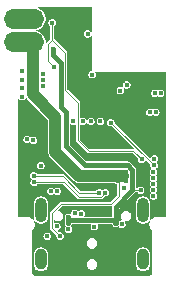
<source format=gbr>
%TF.GenerationSoftware,KiCad,Pcbnew,9.0.1*%
%TF.CreationDate,2025-07-17T15:45:22-04:00*%
%TF.ProjectId,flowstick_main_pcb,666c6f77-7374-4696-936b-5f6d61696e5f,rev?*%
%TF.SameCoordinates,Original*%
%TF.FileFunction,Copper,L3,Inr*%
%TF.FilePolarity,Positive*%
%FSLAX46Y46*%
G04 Gerber Fmt 4.6, Leading zero omitted, Abs format (unit mm)*
G04 Created by KiCad (PCBNEW 9.0.1) date 2025-07-17 15:45:22*
%MOMM*%
%LPD*%
G01*
G04 APERTURE LIST*
%TA.AperFunction,ComponentPad*%
%ADD10O,3.400000X1.700000*%
%TD*%
%TA.AperFunction,ComponentPad*%
%ADD11C,1.700000*%
%TD*%
%TA.AperFunction,HeatsinkPad*%
%ADD12O,1.000000X1.800000*%
%TD*%
%TA.AperFunction,HeatsinkPad*%
%ADD13O,1.000000X2.100000*%
%TD*%
%TA.AperFunction,ViaPad*%
%ADD14C,0.420000*%
%TD*%
%TA.AperFunction,Conductor*%
%ADD15C,0.110000*%
%TD*%
%TA.AperFunction,Conductor*%
%ADD16C,0.400000*%
%TD*%
%TA.AperFunction,Conductor*%
%ADD17C,1.000000*%
%TD*%
G04 APERTURE END LIST*
D10*
%TO.N,+BATT*%
%TO.C,BT1*%
X144250000Y-80000000D03*
D11*
X143500000Y-80000000D03*
D10*
%TO.N,GND*%
X144250000Y-78000000D03*
D11*
X143500000Y-78000000D03*
%TD*%
D12*
%TO.N,unconnected-(J1-SHIELD-PadS1)_1*%
%TO.C,J1*%
X154320000Y-98375000D03*
D13*
%TO.N,unconnected-(J1-SHIELD-PadS1)_3*%
X154320000Y-94195000D03*
D12*
%TO.N,unconnected-(J1-SHIELD-PadS1)_2*%
X145680000Y-98375000D03*
D13*
%TO.N,unconnected-(J1-SHIELD-PadS1)*%
X145680000Y-94195000D03*
%TD*%
D14*
%TO.N,Net-(D1A-K)*%
X146800000Y-82100000D03*
%TO.N,Net-(U1-GPIO0)*%
X152400000Y-84080000D03*
%TO.N,+3.3V*%
X149500000Y-82925000D03*
%TO.N,GND*%
X150000000Y-82725000D03*
X149630143Y-79286386D03*
X149098341Y-94507490D03*
X155200000Y-92500000D03*
X155300000Y-84300000D03*
X155800000Y-84300000D03*
X144100000Y-83900000D03*
X147069668Y-92600000D03*
X149200000Y-86700000D03*
X144100000Y-83200000D03*
X155270000Y-89870000D03*
X144500000Y-88200000D03*
X149900000Y-86700000D03*
X155200000Y-91000000D03*
X150200000Y-95600000D03*
X150700000Y-86700000D03*
X146515780Y-92600000D03*
X152950000Y-83601000D03*
X155200000Y-91500000D03*
X152519711Y-95403942D03*
X155200000Y-93000000D03*
X154897859Y-85915610D03*
X155200000Y-92000000D03*
X144100000Y-84600000D03*
X148400000Y-86700000D03*
X155399297Y-85900979D03*
%TO.N,+BATT*%
X152200000Y-91700000D03*
X152900000Y-91700000D03*
X152200000Y-91000000D03*
X147300000Y-96400000D03*
X152900000Y-91000000D03*
X152550000Y-91350000D03*
%TO.N,+3.3V*%
X149628319Y-94512579D03*
X148650000Y-82150000D03*
X150600000Y-89880000D03*
X149089316Y-81900000D03*
X148650000Y-81600000D03*
X153000000Y-84351000D03*
X146200000Y-90429998D03*
X151200000Y-95600000D03*
X144164430Y-85700000D03*
%TO.N,+5V*%
X151600000Y-86800000D03*
X155251605Y-90417313D03*
%TO.N,Net-(D1A-K)*%
X146630000Y-78328875D03*
X154199064Y-89896464D03*
%TO.N,/VREF*%
X145880000Y-83200000D03*
X147016042Y-95577958D03*
%TO.N,/BATT_MEASURE*%
X145880000Y-83739572D03*
X146200000Y-96400000D03*
%TO.N,/BATT_MEASURE_EN*%
X145019711Y-88303942D03*
X145669997Y-90429998D03*
%TO.N,/BUTTON*%
X148000000Y-95830003D03*
%TO.N,VBUS*%
X148000000Y-94800000D03*
X148000000Y-95300000D03*
X152000000Y-94800000D03*
X154110391Y-92525000D03*
X152000000Y-95300000D03*
X146709000Y-80590166D03*
X146700000Y-81050000D03*
%TO.N,/USBDM*%
X145101689Y-91829113D03*
X151125749Y-92727751D03*
%TO.N,Net-(J1-CC2)*%
X148518942Y-94484457D03*
%TO.N,Net-(J1-CC1)*%
X152700000Y-92300000D03*
%TO.N,/USBDP*%
X150595774Y-92733021D03*
X145071000Y-91300000D03*
%TO.N,/CHG_SENSE*%
X144030000Y-82400000D03*
%TO.N,/BUTTON*%
X145820000Y-82673405D03*
%TD*%
D15*
%TO.N,Net-(D1A-K)*%
X146630000Y-79796183D02*
X147700000Y-80866183D01*
X147700000Y-80866183D02*
X147700000Y-84000000D01*
X147700000Y-84000000D02*
X148800000Y-85100000D01*
X154196464Y-89896464D02*
X154199064Y-89896464D01*
X148800000Y-85100000D02*
X148800000Y-88300000D01*
X148800000Y-88300000D02*
X149700000Y-89200000D01*
X149700000Y-89200000D02*
X153500000Y-89200000D01*
X153500000Y-89200000D02*
X154196464Y-89896464D01*
D16*
%TO.N,VBUS*%
X146700000Y-81050000D02*
X146700000Y-81100000D01*
X147334000Y-81734000D02*
X147334000Y-85434000D01*
X146700000Y-81100000D02*
X147334000Y-81734000D01*
X147334000Y-85434000D02*
X147800000Y-85900000D01*
X153036806Y-90400000D02*
X153421000Y-90784194D01*
X147800000Y-85900000D02*
X147800000Y-88800000D01*
X147800000Y-88800000D02*
X149400000Y-90400000D01*
X149400000Y-90400000D02*
X153036806Y-90400000D01*
X153421000Y-90784194D02*
X153421000Y-92520000D01*
D15*
%TO.N,+5V*%
X155235166Y-90400874D02*
X155235166Y-90400821D01*
X155235166Y-90400821D02*
X151634345Y-86800000D01*
X155251605Y-90417313D02*
X155235166Y-90400874D01*
X151634345Y-86800000D02*
X151600000Y-86800000D01*
%TO.N,Net-(D1A-K)*%
X146630000Y-79796183D02*
X146300000Y-80126183D01*
X146300000Y-80126183D02*
X146300000Y-81600000D01*
X146300000Y-81600000D02*
X146800000Y-82100000D01*
X146630000Y-78328875D02*
X146630000Y-79796183D01*
D16*
%TO.N,VBUS*%
X146700000Y-81025417D02*
X146700000Y-80574583D01*
X146700000Y-81050000D02*
X146700000Y-80599166D01*
X146700000Y-80599166D02*
X146709000Y-80590166D01*
D17*
%TO.N,+BATT*%
X152600000Y-91300000D02*
X148900000Y-91300000D01*
X148900000Y-91300000D02*
X146900000Y-89300000D01*
X146900000Y-89300000D02*
X146900000Y-86300000D01*
X146900000Y-86300000D02*
X144979000Y-84379000D01*
X144979000Y-80021000D02*
X145000000Y-80000000D01*
X144979000Y-84379000D02*
X144979000Y-80021000D01*
D15*
X151600000Y-93700000D02*
X152300000Y-93000000D01*
X152300000Y-93000000D02*
X152300000Y-91600000D01*
X146619000Y-94491621D02*
X147410621Y-93700000D01*
X146619000Y-95711248D02*
X146619000Y-94491621D01*
X147300000Y-96400000D02*
X147300000Y-96392248D01*
X147300000Y-96392248D02*
X146619000Y-95711248D01*
X147410621Y-93700000D02*
X151600000Y-93700000D01*
%TO.N,VBUS*%
X153421000Y-92520000D02*
X153421000Y-91815806D01*
D16*
X151921000Y-95079000D02*
X152000000Y-95000000D01*
X152000000Y-95000000D02*
X152000000Y-94800000D01*
X152000000Y-95300000D02*
X152000000Y-95000000D01*
X148500000Y-95079000D02*
X151921000Y-95079000D01*
X152000000Y-93941000D02*
X152000000Y-94800000D01*
X153400000Y-92541000D02*
X152000000Y-93941000D01*
X153400000Y-92500000D02*
X153400000Y-92541000D01*
D15*
X154105391Y-92520000D02*
X153421000Y-92520000D01*
X154110391Y-92525000D02*
X154105391Y-92520000D01*
D16*
X148000000Y-94800000D02*
X148000000Y-95300000D01*
X151978922Y-95278922D02*
X152000000Y-95300000D01*
X148221000Y-95079000D02*
X148500000Y-95079000D01*
X148279000Y-95079000D02*
X148500000Y-95079000D01*
D15*
%TO.N,/USBDM*%
X145101689Y-91829113D02*
X147629113Y-91829113D01*
X151125749Y-92734791D02*
X151125749Y-92727751D01*
X148909021Y-93109021D02*
X150751519Y-93109021D01*
X147629113Y-91829113D02*
X148909021Y-93109021D01*
X150751519Y-93109021D02*
X151125749Y-92734791D01*
%TO.N,/USBDP*%
X148933021Y-92733021D02*
X150595774Y-92733021D01*
X145071000Y-91300000D02*
X147500000Y-91300000D01*
X147500000Y-91300000D02*
X148933021Y-92733021D01*
%TD*%
%TA.AperFunction,Conductor*%
%TO.N,+3.3V*%
G36*
X149984184Y-77015816D02*
G01*
X150000000Y-77054000D01*
X150000000Y-79084465D01*
X149984184Y-79122649D01*
X149946000Y-79138465D01*
X149907816Y-79122649D01*
X149899235Y-79111465D01*
X149886610Y-79089598D01*
X149886608Y-79089596D01*
X149886607Y-79089594D01*
X149826935Y-79029922D01*
X149826932Y-79029920D01*
X149826930Y-79029918D01*
X149753853Y-78987727D01*
X149672338Y-78965886D01*
X149587948Y-78965886D01*
X149587947Y-78965886D01*
X149506432Y-78987727D01*
X149433355Y-79029918D01*
X149433353Y-79029920D01*
X149433351Y-79029922D01*
X149373679Y-79089594D01*
X149373677Y-79089596D01*
X149373677Y-79089597D01*
X149373675Y-79089598D01*
X149331484Y-79162675D01*
X149309643Y-79244190D01*
X149309643Y-79328581D01*
X149331484Y-79410096D01*
X149373675Y-79483173D01*
X149373677Y-79483175D01*
X149373679Y-79483178D01*
X149433351Y-79542850D01*
X149433353Y-79542851D01*
X149433355Y-79542853D01*
X149506432Y-79585044D01*
X149506434Y-79585045D01*
X149587948Y-79606886D01*
X149587949Y-79606886D01*
X149672337Y-79606886D01*
X149672338Y-79606886D01*
X149753852Y-79585045D01*
X149826935Y-79542850D01*
X149886607Y-79483178D01*
X149899234Y-79461306D01*
X149932023Y-79436146D01*
X149972999Y-79441540D01*
X149998160Y-79474329D01*
X150000000Y-79488306D01*
X150000000Y-82351758D01*
X149984184Y-82389942D01*
X149959976Y-82403918D01*
X149876290Y-82426341D01*
X149803212Y-82468532D01*
X149803210Y-82468534D01*
X149803208Y-82468536D01*
X149743536Y-82528208D01*
X149743534Y-82528210D01*
X149743534Y-82528211D01*
X149743532Y-82528212D01*
X149701341Y-82601289D01*
X149679500Y-82682804D01*
X149679500Y-82767195D01*
X149701341Y-82848710D01*
X149743532Y-82921787D01*
X149743534Y-82921789D01*
X149743536Y-82921792D01*
X149803208Y-82981464D01*
X149803210Y-82981465D01*
X149803212Y-82981467D01*
X149869740Y-83019877D01*
X149876291Y-83023659D01*
X149957805Y-83045500D01*
X149957806Y-83045500D01*
X150042194Y-83045500D01*
X150042195Y-83045500D01*
X150123709Y-83023659D01*
X150196792Y-82981464D01*
X150256464Y-82921792D01*
X150298659Y-82848709D01*
X150320500Y-82767195D01*
X150320500Y-82682805D01*
X150298659Y-82601291D01*
X150286943Y-82581000D01*
X150281549Y-82540024D01*
X150306708Y-82507235D01*
X150333709Y-82500000D01*
X156195500Y-82500000D01*
X156233684Y-82515816D01*
X156249500Y-82554000D01*
X156249500Y-94695500D01*
X156233684Y-94733684D01*
X156195500Y-94749500D01*
X155445178Y-94749500D01*
X155444748Y-94749541D01*
X155428770Y-94749553D01*
X155428763Y-94749554D01*
X155289672Y-94780389D01*
X155289661Y-94780393D01*
X155160551Y-94840599D01*
X155160548Y-94840600D01*
X155047519Y-94927332D01*
X154992123Y-94993349D01*
X154955463Y-95012433D01*
X154916046Y-95000004D01*
X154896962Y-94963344D01*
X154900868Y-94937972D01*
X154907039Y-94923076D01*
X154930500Y-94805129D01*
X154930500Y-93584871D01*
X154907039Y-93466924D01*
X154861018Y-93355820D01*
X154794206Y-93255829D01*
X154709171Y-93170794D01*
X154638705Y-93123710D01*
X154609185Y-93103985D01*
X154609182Y-93103983D01*
X154609180Y-93103982D01*
X154609174Y-93103979D01*
X154609171Y-93103978D01*
X154498081Y-93057962D01*
X154498072Y-93057959D01*
X154380133Y-93034500D01*
X154380129Y-93034500D01*
X154259871Y-93034500D01*
X154259866Y-93034500D01*
X154141927Y-93057959D01*
X154141918Y-93057962D01*
X154030828Y-93103978D01*
X154030814Y-93103985D01*
X153930833Y-93170791D01*
X153930825Y-93170797D01*
X153845797Y-93255825D01*
X153845791Y-93255833D01*
X153778985Y-93355814D01*
X153778978Y-93355828D01*
X153732962Y-93466918D01*
X153732959Y-93466927D01*
X153709500Y-93584866D01*
X153709500Y-94805133D01*
X153732959Y-94923072D01*
X153732962Y-94923081D01*
X153769974Y-95012433D01*
X153778982Y-95034180D01*
X153778983Y-95034182D01*
X153778985Y-95034185D01*
X153794036Y-95056710D01*
X153845794Y-95134171D01*
X153930829Y-95219206D01*
X154030820Y-95286018D01*
X154065676Y-95300456D01*
X154141918Y-95332037D01*
X154141927Y-95332040D01*
X154258295Y-95355186D01*
X154259871Y-95355500D01*
X154380129Y-95355500D01*
X154447018Y-95342195D01*
X154498072Y-95332040D01*
X154498073Y-95332039D01*
X154498076Y-95332039D01*
X154609180Y-95286018D01*
X154709171Y-95219206D01*
X154793266Y-95135110D01*
X154831449Y-95119295D01*
X154869633Y-95135111D01*
X154885449Y-95173295D01*
X154883609Y-95187271D01*
X154853281Y-95300454D01*
X154853281Y-95300456D01*
X154853280Y-95300460D01*
X154847646Y-95429524D01*
X154847066Y-95442798D01*
X154851951Y-95470500D01*
X154868747Y-95565756D01*
X154871806Y-95583101D01*
X154871808Y-95583108D01*
X154926323Y-95714719D01*
X154926327Y-95714728D01*
X154926328Y-95714730D01*
X154926330Y-95714733D01*
X155008040Y-95831426D01*
X155008045Y-95831433D01*
X155031982Y-95853367D01*
X155049449Y-95890823D01*
X155049500Y-95893179D01*
X155049500Y-99594683D01*
X155048462Y-99605217D01*
X155048462Y-99605219D01*
X155040215Y-99646676D01*
X155032152Y-99666141D01*
X155011679Y-99696781D01*
X154996781Y-99711679D01*
X154966141Y-99732152D01*
X154946676Y-99740215D01*
X154912982Y-99746917D01*
X154905217Y-99748462D01*
X154894683Y-99749500D01*
X145105317Y-99749500D01*
X145094782Y-99748462D01*
X145053324Y-99740215D01*
X145033858Y-99732152D01*
X145003218Y-99711679D01*
X144988320Y-99696781D01*
X144972626Y-99673294D01*
X144967847Y-99666141D01*
X144959784Y-99646674D01*
X144951538Y-99605217D01*
X144950500Y-99594683D01*
X144950500Y-97914866D01*
X145069500Y-97914866D01*
X145069500Y-98835133D01*
X145092959Y-98953072D01*
X145092962Y-98953081D01*
X145138978Y-99064171D01*
X145138982Y-99064180D01*
X145205794Y-99164171D01*
X145290829Y-99249206D01*
X145390820Y-99316018D01*
X145434446Y-99334088D01*
X145501918Y-99362037D01*
X145501927Y-99362040D01*
X145618295Y-99385186D01*
X145619871Y-99385500D01*
X145740129Y-99385500D01*
X145799102Y-99373769D01*
X145858072Y-99362040D01*
X145858073Y-99362039D01*
X145858076Y-99362039D01*
X145969180Y-99316018D01*
X146069171Y-99249206D01*
X146154206Y-99164171D01*
X146221018Y-99064180D01*
X146267039Y-98953076D01*
X146290500Y-98835129D01*
X146290500Y-98739373D01*
X149539500Y-98739373D01*
X149539500Y-98860626D01*
X149570882Y-98977748D01*
X149631504Y-99082749D01*
X149631506Y-99082751D01*
X149631508Y-99082754D01*
X149717246Y-99168492D01*
X149717248Y-99168493D01*
X149717250Y-99168495D01*
X149822251Y-99229117D01*
X149822253Y-99229118D01*
X149939374Y-99260500D01*
X149939375Y-99260500D01*
X150060625Y-99260500D01*
X150060626Y-99260500D01*
X150177747Y-99229118D01*
X150282754Y-99168492D01*
X150368492Y-99082754D01*
X150429118Y-98977747D01*
X150460500Y-98860626D01*
X150460500Y-98739374D01*
X150429118Y-98622253D01*
X150429117Y-98622251D01*
X150368495Y-98517250D01*
X150368493Y-98517248D01*
X150368492Y-98517246D01*
X150282754Y-98431508D01*
X150282751Y-98431506D01*
X150282749Y-98431504D01*
X150177748Y-98370882D01*
X150060626Y-98339500D01*
X149939374Y-98339500D01*
X149939373Y-98339500D01*
X149822251Y-98370882D01*
X149717250Y-98431504D01*
X149717248Y-98431506D01*
X149717246Y-98431508D01*
X149631508Y-98517246D01*
X149631506Y-98517248D01*
X149631506Y-98517249D01*
X149631504Y-98517250D01*
X149570882Y-98622251D01*
X149539500Y-98739373D01*
X146290500Y-98739373D01*
X146290500Y-97914871D01*
X146290499Y-97914866D01*
X153709500Y-97914866D01*
X153709500Y-98835133D01*
X153732959Y-98953072D01*
X153732962Y-98953081D01*
X153778978Y-99064171D01*
X153778982Y-99064180D01*
X153845794Y-99164171D01*
X153930829Y-99249206D01*
X154030820Y-99316018D01*
X154074446Y-99334088D01*
X154141918Y-99362037D01*
X154141927Y-99362040D01*
X154258295Y-99385186D01*
X154259871Y-99385500D01*
X154380129Y-99385500D01*
X154439102Y-99373769D01*
X154498072Y-99362040D01*
X154498073Y-99362039D01*
X154498076Y-99362039D01*
X154609180Y-99316018D01*
X154709171Y-99249206D01*
X154794206Y-99164171D01*
X154861018Y-99064180D01*
X154907039Y-98953076D01*
X154930500Y-98835129D01*
X154930500Y-97914871D01*
X154907039Y-97796924D01*
X154861018Y-97685820D01*
X154794206Y-97585829D01*
X154709171Y-97500794D01*
X154648867Y-97460500D01*
X154609185Y-97433985D01*
X154609182Y-97433983D01*
X154609180Y-97433982D01*
X154609174Y-97433979D01*
X154609171Y-97433978D01*
X154498081Y-97387962D01*
X154498072Y-97387959D01*
X154380133Y-97364500D01*
X154380129Y-97364500D01*
X154259871Y-97364500D01*
X154259866Y-97364500D01*
X154141927Y-97387959D01*
X154141918Y-97387962D01*
X154030828Y-97433978D01*
X154030814Y-97433985D01*
X153930833Y-97500791D01*
X153930825Y-97500797D01*
X153845797Y-97585825D01*
X153845791Y-97585833D01*
X153778985Y-97685814D01*
X153778978Y-97685828D01*
X153732962Y-97796918D01*
X153732959Y-97796927D01*
X153709500Y-97914866D01*
X146290499Y-97914866D01*
X146267039Y-97796924D01*
X146221018Y-97685820D01*
X146154206Y-97585829D01*
X146069171Y-97500794D01*
X146008867Y-97460500D01*
X145969185Y-97433985D01*
X145969182Y-97433983D01*
X145969180Y-97433982D01*
X145969174Y-97433979D01*
X145969171Y-97433978D01*
X145858081Y-97387962D01*
X145858072Y-97387959D01*
X145740133Y-97364500D01*
X145740129Y-97364500D01*
X145619871Y-97364500D01*
X145619866Y-97364500D01*
X145501927Y-97387959D01*
X145501918Y-97387962D01*
X145390828Y-97433978D01*
X145390814Y-97433985D01*
X145290833Y-97500791D01*
X145290825Y-97500797D01*
X145205797Y-97585825D01*
X145205791Y-97585833D01*
X145138985Y-97685814D01*
X145138978Y-97685828D01*
X145092962Y-97796918D01*
X145092959Y-97796927D01*
X145069500Y-97914866D01*
X144950500Y-97914866D01*
X144950500Y-96939373D01*
X149539500Y-96939373D01*
X149539500Y-97060626D01*
X149570882Y-97177748D01*
X149631504Y-97282749D01*
X149631506Y-97282751D01*
X149631508Y-97282754D01*
X149717246Y-97368492D01*
X149717248Y-97368493D01*
X149717250Y-97368495D01*
X149822251Y-97429117D01*
X149822253Y-97429118D01*
X149939374Y-97460500D01*
X149939375Y-97460500D01*
X150060625Y-97460500D01*
X150060626Y-97460500D01*
X150177747Y-97429118D01*
X150282754Y-97368492D01*
X150368492Y-97282754D01*
X150429118Y-97177747D01*
X150460500Y-97060626D01*
X150460500Y-96939374D01*
X150429118Y-96822253D01*
X150370371Y-96720500D01*
X150368495Y-96717250D01*
X150368493Y-96717248D01*
X150368492Y-96717246D01*
X150282754Y-96631508D01*
X150282751Y-96631506D01*
X150282749Y-96631504D01*
X150177748Y-96570882D01*
X150060626Y-96539500D01*
X149939374Y-96539500D01*
X149939373Y-96539500D01*
X149822251Y-96570882D01*
X149717250Y-96631504D01*
X149717248Y-96631506D01*
X149717246Y-96631508D01*
X149631508Y-96717246D01*
X149631506Y-96717248D01*
X149631506Y-96717249D01*
X149631504Y-96717250D01*
X149570882Y-96822251D01*
X149539500Y-96939373D01*
X144950500Y-96939373D01*
X144950500Y-96357804D01*
X145879500Y-96357804D01*
X145879500Y-96442195D01*
X145901341Y-96523710D01*
X145943532Y-96596787D01*
X145943534Y-96596789D01*
X145943536Y-96596792D01*
X146003208Y-96656464D01*
X146003210Y-96656465D01*
X146003212Y-96656467D01*
X146076289Y-96698658D01*
X146076291Y-96698659D01*
X146157805Y-96720500D01*
X146157806Y-96720500D01*
X146242194Y-96720500D01*
X146242195Y-96720500D01*
X146323709Y-96698659D01*
X146396792Y-96656464D01*
X146456464Y-96596792D01*
X146498659Y-96523709D01*
X146520500Y-96442195D01*
X146520500Y-96357805D01*
X146498659Y-96276291D01*
X146498658Y-96276289D01*
X146456467Y-96203212D01*
X146456465Y-96203210D01*
X146456464Y-96203208D01*
X146396792Y-96143536D01*
X146396789Y-96143534D01*
X146396787Y-96143532D01*
X146323710Y-96101341D01*
X146242195Y-96079500D01*
X146157805Y-96079500D01*
X146157804Y-96079500D01*
X146076289Y-96101341D01*
X146003212Y-96143532D01*
X146003210Y-96143534D01*
X146003208Y-96143536D01*
X145943536Y-96203208D01*
X145943534Y-96203210D01*
X145943534Y-96203211D01*
X145943532Y-96203212D01*
X145901341Y-96276289D01*
X145879500Y-96357804D01*
X144950500Y-96357804D01*
X144950500Y-95893181D01*
X144966316Y-95854997D01*
X144967996Y-95853388D01*
X144991956Y-95831434D01*
X145073674Y-95714728D01*
X145128195Y-95583102D01*
X145152935Y-95442796D01*
X145146721Y-95300460D01*
X145116392Y-95187273D01*
X145121786Y-95146297D01*
X145154575Y-95121137D01*
X145195552Y-95126531D01*
X145206736Y-95135113D01*
X145290829Y-95219206D01*
X145390820Y-95286018D01*
X145425676Y-95300456D01*
X145501918Y-95332037D01*
X145501927Y-95332040D01*
X145618295Y-95355186D01*
X145619871Y-95355500D01*
X145740129Y-95355500D01*
X145807018Y-95342195D01*
X145858072Y-95332040D01*
X145858073Y-95332039D01*
X145858076Y-95332039D01*
X145969180Y-95286018D01*
X146069171Y-95219206D01*
X146154206Y-95134171D01*
X146221018Y-95034180D01*
X146267039Y-94923076D01*
X146290500Y-94805129D01*
X146290500Y-93584871D01*
X146267039Y-93466924D01*
X146221018Y-93355820D01*
X146154206Y-93255829D01*
X146069171Y-93170794D01*
X145998705Y-93123710D01*
X145969185Y-93103985D01*
X145969182Y-93103983D01*
X145969180Y-93103982D01*
X145969174Y-93103979D01*
X145969171Y-93103978D01*
X145858081Y-93057962D01*
X145858072Y-93057959D01*
X145740133Y-93034500D01*
X145740129Y-93034500D01*
X145619871Y-93034500D01*
X145619866Y-93034500D01*
X145501927Y-93057959D01*
X145501918Y-93057962D01*
X145390828Y-93103978D01*
X145390814Y-93103985D01*
X145290833Y-93170791D01*
X145290825Y-93170797D01*
X145205797Y-93255825D01*
X145205791Y-93255833D01*
X145138985Y-93355814D01*
X145138978Y-93355828D01*
X145092962Y-93466918D01*
X145092959Y-93466927D01*
X145069500Y-93584866D01*
X145069500Y-94805133D01*
X145092959Y-94923072D01*
X145099130Y-94937969D01*
X145099129Y-94979299D01*
X145069905Y-95008524D01*
X145028575Y-95008523D01*
X145007874Y-94993345D01*
X144981908Y-94962400D01*
X144952482Y-94927331D01*
X144946943Y-94923081D01*
X144839452Y-94840600D01*
X144710329Y-94780390D01*
X144710328Y-94780389D01*
X144571237Y-94749553D01*
X144571233Y-94749552D01*
X144555329Y-94749541D01*
X144554917Y-94749500D01*
X144549828Y-94749500D01*
X143804500Y-94749500D01*
X143766316Y-94733684D01*
X143750500Y-94695500D01*
X143750500Y-92557804D01*
X146195280Y-92557804D01*
X146195280Y-92642195D01*
X146217121Y-92723710D01*
X146259312Y-92796787D01*
X146259314Y-92796789D01*
X146259316Y-92796792D01*
X146318988Y-92856464D01*
X146318990Y-92856465D01*
X146318992Y-92856467D01*
X146391832Y-92898521D01*
X146392071Y-92898659D01*
X146473585Y-92920500D01*
X146473586Y-92920500D01*
X146557974Y-92920500D01*
X146557975Y-92920500D01*
X146639489Y-92898659D01*
X146712572Y-92856464D01*
X146754541Y-92814494D01*
X146792724Y-92798679D01*
X146830906Y-92814494D01*
X146872876Y-92856464D01*
X146872878Y-92856465D01*
X146872880Y-92856467D01*
X146945720Y-92898521D01*
X146945959Y-92898659D01*
X147027473Y-92920500D01*
X147027474Y-92920500D01*
X147111862Y-92920500D01*
X147111863Y-92920500D01*
X147193377Y-92898659D01*
X147266460Y-92856464D01*
X147326132Y-92796792D01*
X147331103Y-92788183D01*
X147346612Y-92761320D01*
X147368327Y-92723709D01*
X147390168Y-92642195D01*
X147390168Y-92557805D01*
X147368327Y-92476291D01*
X147368326Y-92476289D01*
X147326135Y-92403212D01*
X147326133Y-92403210D01*
X147326132Y-92403208D01*
X147266460Y-92343536D01*
X147266457Y-92343534D01*
X147266455Y-92343532D01*
X147193378Y-92301341D01*
X147111863Y-92279500D01*
X147027473Y-92279500D01*
X147027472Y-92279500D01*
X146945957Y-92301341D01*
X146872880Y-92343532D01*
X146872878Y-92343534D01*
X146872876Y-92343536D01*
X146830906Y-92385505D01*
X146792724Y-92401321D01*
X146754541Y-92385505D01*
X146712572Y-92343536D01*
X146712569Y-92343534D01*
X146712567Y-92343532D01*
X146639490Y-92301341D01*
X146557975Y-92279500D01*
X146473585Y-92279500D01*
X146473584Y-92279500D01*
X146392069Y-92301341D01*
X146318992Y-92343532D01*
X146318990Y-92343534D01*
X146318988Y-92343536D01*
X146259316Y-92403208D01*
X146259314Y-92403210D01*
X146259314Y-92403211D01*
X146259312Y-92403212D01*
X146217121Y-92476289D01*
X146195280Y-92557804D01*
X143750500Y-92557804D01*
X143750500Y-91257804D01*
X144750500Y-91257804D01*
X144750500Y-91342195D01*
X144772341Y-91423710D01*
X144814532Y-91496787D01*
X144814534Y-91496789D01*
X144814536Y-91496792D01*
X144859461Y-91541717D01*
X144875277Y-91579900D01*
X144859462Y-91618083D01*
X144845223Y-91632322D01*
X144803030Y-91705402D01*
X144781189Y-91786917D01*
X144781189Y-91871308D01*
X144803030Y-91952823D01*
X144845221Y-92025900D01*
X144845223Y-92025902D01*
X144845225Y-92025905D01*
X144904897Y-92085577D01*
X144904899Y-92085578D01*
X144904901Y-92085580D01*
X144970944Y-92123710D01*
X144977980Y-92127772D01*
X145059494Y-92149613D01*
X145059495Y-92149613D01*
X145143883Y-92149613D01*
X145143884Y-92149613D01*
X145225398Y-92127772D01*
X145298481Y-92085577D01*
X145358153Y-92025905D01*
X145360630Y-92021613D01*
X145393419Y-91996453D01*
X145407396Y-91994613D01*
X147538193Y-91994613D01*
X147576377Y-92010429D01*
X148815273Y-93249325D01*
X148876100Y-93274521D01*
X148876101Y-93274521D01*
X150784440Y-93274521D01*
X150807961Y-93264777D01*
X150845267Y-93249325D01*
X151032160Y-93062430D01*
X151070343Y-93046615D01*
X151080032Y-93047891D01*
X151080046Y-93047789D01*
X151083553Y-93048250D01*
X151083554Y-93048251D01*
X151083555Y-93048251D01*
X151167943Y-93048251D01*
X151167944Y-93048251D01*
X151249458Y-93026410D01*
X151322541Y-92984215D01*
X151382213Y-92924543D01*
X151424408Y-92851460D01*
X151446249Y-92769946D01*
X151446249Y-92685556D01*
X151424408Y-92604042D01*
X151411370Y-92581459D01*
X151382216Y-92530963D01*
X151382214Y-92530961D01*
X151382213Y-92530959D01*
X151322541Y-92471287D01*
X151322538Y-92471285D01*
X151322536Y-92471283D01*
X151249459Y-92429092D01*
X151167944Y-92407251D01*
X151083554Y-92407251D01*
X151083553Y-92407251D01*
X151002038Y-92429092D01*
X150928961Y-92471283D01*
X150928955Y-92471288D01*
X150896309Y-92503934D01*
X150858125Y-92519750D01*
X150819943Y-92503934D01*
X150792566Y-92476557D01*
X150792563Y-92476555D01*
X150792561Y-92476553D01*
X150719484Y-92434362D01*
X150637969Y-92412521D01*
X150553579Y-92412521D01*
X150553578Y-92412521D01*
X150472063Y-92434362D01*
X150398986Y-92476553D01*
X150398984Y-92476555D01*
X150398982Y-92476557D01*
X150356783Y-92518756D01*
X150339309Y-92536230D01*
X150336833Y-92540520D01*
X150304044Y-92565681D01*
X150290067Y-92567521D01*
X149023941Y-92567521D01*
X148985757Y-92551705D01*
X147593747Y-91159695D01*
X147532921Y-91134500D01*
X147532920Y-91134500D01*
X145376707Y-91134500D01*
X145338523Y-91118684D01*
X145329941Y-91107499D01*
X145327466Y-91103212D01*
X145327464Y-91103208D01*
X145267792Y-91043536D01*
X145267789Y-91043534D01*
X145267787Y-91043532D01*
X145194710Y-91001341D01*
X145113195Y-90979500D01*
X145028805Y-90979500D01*
X145028804Y-90979500D01*
X144947289Y-91001341D01*
X144874212Y-91043532D01*
X144874210Y-91043534D01*
X144874208Y-91043536D01*
X144814536Y-91103208D01*
X144814534Y-91103210D01*
X144814534Y-91103211D01*
X144814532Y-91103212D01*
X144772341Y-91176289D01*
X144750500Y-91257804D01*
X143750500Y-91257804D01*
X143750500Y-90387802D01*
X145349497Y-90387802D01*
X145349497Y-90472193D01*
X145371338Y-90553708D01*
X145413529Y-90626785D01*
X145413531Y-90626787D01*
X145413533Y-90626790D01*
X145473205Y-90686462D01*
X145473207Y-90686463D01*
X145473209Y-90686465D01*
X145524317Y-90715972D01*
X145546288Y-90728657D01*
X145627802Y-90750498D01*
X145627803Y-90750498D01*
X145712191Y-90750498D01*
X145712192Y-90750498D01*
X145793706Y-90728657D01*
X145866789Y-90686462D01*
X145926461Y-90626790D01*
X145968656Y-90553707D01*
X145990497Y-90472193D01*
X145990497Y-90387803D01*
X145968656Y-90306289D01*
X145961331Y-90293602D01*
X145926464Y-90233210D01*
X145926462Y-90233208D01*
X145926461Y-90233206D01*
X145866789Y-90173534D01*
X145866786Y-90173532D01*
X145866784Y-90173530D01*
X145793707Y-90131339D01*
X145712192Y-90109498D01*
X145627802Y-90109498D01*
X145627801Y-90109498D01*
X145546286Y-90131339D01*
X145473209Y-90173530D01*
X145473207Y-90173532D01*
X145473205Y-90173534D01*
X145413533Y-90233206D01*
X145413531Y-90233208D01*
X145413531Y-90233209D01*
X145413529Y-90233210D01*
X145371338Y-90306287D01*
X145349497Y-90387802D01*
X143750500Y-90387802D01*
X143750500Y-88157804D01*
X144179500Y-88157804D01*
X144179500Y-88242195D01*
X144201341Y-88323710D01*
X144243532Y-88396787D01*
X144243534Y-88396789D01*
X144243536Y-88396792D01*
X144303208Y-88456464D01*
X144303210Y-88456465D01*
X144303212Y-88456467D01*
X144376289Y-88498658D01*
X144376291Y-88498659D01*
X144457805Y-88520500D01*
X144457806Y-88520500D01*
X144542194Y-88520500D01*
X144542195Y-88520500D01*
X144623709Y-88498659D01*
X144680698Y-88465756D01*
X144721674Y-88460361D01*
X144754463Y-88485521D01*
X144763243Y-88500729D01*
X144763245Y-88500731D01*
X144763247Y-88500734D01*
X144822919Y-88560406D01*
X144822921Y-88560407D01*
X144822923Y-88560409D01*
X144896000Y-88602600D01*
X144896002Y-88602601D01*
X144977516Y-88624442D01*
X144977517Y-88624442D01*
X145061905Y-88624442D01*
X145061906Y-88624442D01*
X145143420Y-88602601D01*
X145216503Y-88560406D01*
X145276175Y-88500734D01*
X145318370Y-88427651D01*
X145340211Y-88346137D01*
X145340211Y-88261747D01*
X145318370Y-88180233D01*
X145305421Y-88157805D01*
X145276178Y-88107154D01*
X145276176Y-88107152D01*
X145276175Y-88107150D01*
X145216503Y-88047478D01*
X145216500Y-88047476D01*
X145216498Y-88047474D01*
X145143421Y-88005283D01*
X145061906Y-87983442D01*
X144977516Y-87983442D01*
X144977515Y-87983442D01*
X144896004Y-88005282D01*
X144839012Y-88038186D01*
X144798035Y-88043580D01*
X144765247Y-88018420D01*
X144756464Y-88003208D01*
X144696792Y-87943536D01*
X144696789Y-87943534D01*
X144696787Y-87943532D01*
X144623710Y-87901341D01*
X144542195Y-87879500D01*
X144457805Y-87879500D01*
X144457804Y-87879500D01*
X144376289Y-87901341D01*
X144303212Y-87943532D01*
X144303210Y-87943534D01*
X144303208Y-87943536D01*
X144243536Y-88003208D01*
X144243534Y-88003210D01*
X144243534Y-88003211D01*
X144243532Y-88003212D01*
X144201341Y-88076289D01*
X144179500Y-88157804D01*
X143750500Y-88157804D01*
X143750500Y-84834123D01*
X143766316Y-84795939D01*
X143804500Y-84780123D01*
X143842684Y-84795939D01*
X143843534Y-84796789D01*
X143843536Y-84796792D01*
X143903208Y-84856464D01*
X143903210Y-84856465D01*
X143903212Y-84856467D01*
X143976289Y-84898658D01*
X143976291Y-84898659D01*
X144057805Y-84920500D01*
X144057806Y-84920500D01*
X144142194Y-84920500D01*
X144142195Y-84920500D01*
X144223709Y-84898659D01*
X144296792Y-84856464D01*
X144356464Y-84796792D01*
X144356957Y-84795939D01*
X144390666Y-84737553D01*
X144423455Y-84712393D01*
X144464431Y-84717788D01*
X144482330Y-84734552D01*
X144504794Y-84768171D01*
X144504797Y-84768174D01*
X146273684Y-86537061D01*
X146289500Y-86575245D01*
X146289500Y-89360133D01*
X146312959Y-89478072D01*
X146312962Y-89478081D01*
X146351592Y-89571341D01*
X146358982Y-89589181D01*
X146425794Y-89689171D01*
X148510829Y-91774206D01*
X148610819Y-91841018D01*
X148654444Y-91859088D01*
X148721918Y-91887037D01*
X148721927Y-91887040D01*
X148838295Y-91910186D01*
X148839871Y-91910500D01*
X148960129Y-91910500D01*
X151934876Y-91910500D01*
X151973059Y-91926316D01*
X152003206Y-91956462D01*
X152003212Y-91956467D01*
X152069283Y-91994613D01*
X152076291Y-91998659D01*
X152094475Y-92003531D01*
X152127265Y-92028690D01*
X152134500Y-92055691D01*
X152134500Y-92909079D01*
X152118684Y-92947263D01*
X151547264Y-93518684D01*
X151509080Y-93534500D01*
X147377700Y-93534500D01*
X147316873Y-93559695D01*
X146478695Y-94397873D01*
X146453500Y-94458699D01*
X146453500Y-95744169D01*
X146478695Y-95804995D01*
X146968444Y-96294745D01*
X146984260Y-96332929D01*
X146982421Y-96346902D01*
X146979501Y-96357804D01*
X146979500Y-96357806D01*
X146979500Y-96442195D01*
X147001341Y-96523710D01*
X147043532Y-96596787D01*
X147043534Y-96596789D01*
X147043536Y-96596792D01*
X147103208Y-96656464D01*
X147103210Y-96656465D01*
X147103212Y-96656467D01*
X147176289Y-96698658D01*
X147176291Y-96698659D01*
X147257805Y-96720500D01*
X147257806Y-96720500D01*
X147342194Y-96720500D01*
X147342195Y-96720500D01*
X147423709Y-96698659D01*
X147496792Y-96656464D01*
X147556464Y-96596792D01*
X147598659Y-96523709D01*
X147620500Y-96442195D01*
X147620500Y-96357805D01*
X147598659Y-96276291D01*
X147598658Y-96276289D01*
X147556467Y-96203212D01*
X147556465Y-96203210D01*
X147556464Y-96203208D01*
X147496792Y-96143536D01*
X147496789Y-96143534D01*
X147496787Y-96143532D01*
X147423710Y-96101341D01*
X147342195Y-96079500D01*
X147257805Y-96079500D01*
X147257804Y-96079500D01*
X147254297Y-96079962D01*
X147254102Y-96078485D01*
X147218145Y-96073743D01*
X147206972Y-96065168D01*
X147110197Y-95968393D01*
X147094381Y-95930209D01*
X147110197Y-95892025D01*
X147134406Y-95878049D01*
X147139751Y-95876617D01*
X147174652Y-95856467D01*
X147212829Y-95834425D01*
X147212831Y-95834424D01*
X147212831Y-95834423D01*
X147212834Y-95834422D01*
X147272506Y-95774750D01*
X147314701Y-95701667D01*
X147336542Y-95620153D01*
X147336542Y-95535763D01*
X147314701Y-95454249D01*
X147314700Y-95454247D01*
X147272509Y-95381170D01*
X147272507Y-95381168D01*
X147272506Y-95381166D01*
X147212834Y-95321494D01*
X147212831Y-95321492D01*
X147212829Y-95321490D01*
X147139752Y-95279299D01*
X147058237Y-95257458D01*
X146973847Y-95257458D01*
X146973846Y-95257458D01*
X146892333Y-95279298D01*
X146865499Y-95294791D01*
X146824523Y-95300185D01*
X146791734Y-95275024D01*
X146784500Y-95248025D01*
X146784500Y-95103475D01*
X146800316Y-95065291D01*
X146838500Y-95049475D01*
X146865500Y-95056710D01*
X146941903Y-95100821D01*
X147052664Y-95130499D01*
X147052664Y-95130500D01*
X147052665Y-95130500D01*
X147167336Y-95130500D01*
X147167335Y-95130499D01*
X147278097Y-95100821D01*
X147377403Y-95043487D01*
X147458487Y-94962403D01*
X147515821Y-94863097D01*
X147545500Y-94752335D01*
X147545500Y-94637665D01*
X147544839Y-94635200D01*
X147536267Y-94603208D01*
X147515821Y-94526903D01*
X147488453Y-94479500D01*
X147458490Y-94427601D01*
X147458488Y-94427599D01*
X147458487Y-94427597D01*
X147377403Y-94346513D01*
X147377400Y-94346511D01*
X147377398Y-94346509D01*
X147278098Y-94289179D01*
X147192879Y-94266344D01*
X147160090Y-94241183D01*
X147154696Y-94200207D01*
X147168670Y-94176002D01*
X147463357Y-93881316D01*
X147501541Y-93865500D01*
X151635500Y-93865500D01*
X151673684Y-93881316D01*
X151689500Y-93919500D01*
X151689500Y-94713374D01*
X151687657Y-94727363D01*
X151687355Y-94728489D01*
X151662187Y-94761272D01*
X151635198Y-94768500D01*
X149411260Y-94768500D01*
X149373076Y-94752684D01*
X149357260Y-94714500D01*
X149364495Y-94687500D01*
X149396999Y-94631200D01*
X149397000Y-94631199D01*
X149418841Y-94549685D01*
X149418841Y-94465295D01*
X149397000Y-94383781D01*
X149375481Y-94346509D01*
X149354808Y-94310702D01*
X149354806Y-94310700D01*
X149354805Y-94310698D01*
X149295133Y-94251026D01*
X149295130Y-94251024D01*
X149295128Y-94251022D01*
X149222051Y-94208831D01*
X149140536Y-94186990D01*
X149056146Y-94186990D01*
X149056145Y-94186990D01*
X148974630Y-94208831D01*
X148901553Y-94251022D01*
X148901547Y-94251027D01*
X148857806Y-94294768D01*
X148819622Y-94310584D01*
X148781439Y-94294767D01*
X148776788Y-94289465D01*
X148775410Y-94287670D01*
X148775407Y-94287667D01*
X148775406Y-94287665D01*
X148715734Y-94227993D01*
X148715731Y-94227991D01*
X148715729Y-94227989D01*
X148642652Y-94185798D01*
X148561137Y-94163957D01*
X148476747Y-94163957D01*
X148476746Y-94163957D01*
X148395231Y-94185798D01*
X148322154Y-94227989D01*
X148322152Y-94227991D01*
X148322150Y-94227993D01*
X148262478Y-94287665D01*
X148262476Y-94287667D01*
X148262476Y-94287668D01*
X148262474Y-94287669D01*
X148220283Y-94360746D01*
X148198442Y-94442261D01*
X148198442Y-94451479D01*
X148182626Y-94489663D01*
X148144442Y-94505479D01*
X148127184Y-94502047D01*
X148127128Y-94502257D01*
X148123940Y-94501402D01*
X148123785Y-94501372D01*
X148123711Y-94501341D01*
X148042195Y-94479500D01*
X147957805Y-94479500D01*
X147957804Y-94479500D01*
X147876289Y-94501341D01*
X147803212Y-94543532D01*
X147803210Y-94543534D01*
X147803208Y-94543536D01*
X147743536Y-94603208D01*
X147743534Y-94603210D01*
X147743534Y-94603211D01*
X147743532Y-94603212D01*
X147701341Y-94676289D01*
X147679500Y-94757804D01*
X147679500Y-94842195D01*
X147687660Y-94872648D01*
X147689500Y-94886624D01*
X147689500Y-95213374D01*
X147687660Y-95227349D01*
X147679500Y-95257802D01*
X147679500Y-95342195D01*
X147701341Y-95423710D01*
X147743532Y-95496787D01*
X147743534Y-95496789D01*
X147743536Y-95496792D01*
X147773562Y-95526818D01*
X147789378Y-95565001D01*
X147773562Y-95603184D01*
X147743537Y-95633209D01*
X147743532Y-95633215D01*
X147701341Y-95706292D01*
X147679500Y-95787807D01*
X147679500Y-95872198D01*
X147701341Y-95953713D01*
X147743532Y-96026790D01*
X147743534Y-96026792D01*
X147743536Y-96026795D01*
X147803208Y-96086467D01*
X147803210Y-96086468D01*
X147803212Y-96086470D01*
X147876289Y-96128661D01*
X147876291Y-96128662D01*
X147957805Y-96150503D01*
X147957806Y-96150503D01*
X148042194Y-96150503D01*
X148042195Y-96150503D01*
X148123709Y-96128662D01*
X148196792Y-96086467D01*
X148256464Y-96026795D01*
X148298659Y-95953712D01*
X148320500Y-95872198D01*
X148320500Y-95787808D01*
X148298659Y-95706294D01*
X148272167Y-95660409D01*
X148256467Y-95633215D01*
X148256465Y-95633213D01*
X148256464Y-95633211D01*
X148226436Y-95603183D01*
X148210621Y-95565001D01*
X148226435Y-95526820D01*
X148256464Y-95496792D01*
X148298659Y-95423709D01*
X148298660Y-95423706D01*
X148299024Y-95422830D01*
X148299362Y-95422492D01*
X148300429Y-95420644D01*
X148300924Y-95420929D01*
X148328251Y-95393608D01*
X148348911Y-95389500D01*
X148459122Y-95389500D01*
X149857919Y-95389500D01*
X149896103Y-95405316D01*
X149911919Y-95443500D01*
X149904684Y-95470500D01*
X149901341Y-95476289D01*
X149879500Y-95557804D01*
X149879500Y-95642195D01*
X149901341Y-95723710D01*
X149943532Y-95796787D01*
X149943534Y-95796789D01*
X149943536Y-95796792D01*
X150003208Y-95856464D01*
X150003210Y-95856465D01*
X150003212Y-95856467D01*
X150066799Y-95893179D01*
X150076291Y-95898659D01*
X150157805Y-95920500D01*
X150157806Y-95920500D01*
X150242194Y-95920500D01*
X150242195Y-95920500D01*
X150323709Y-95898659D01*
X150396792Y-95856464D01*
X150456464Y-95796792D01*
X150498659Y-95723709D01*
X150520500Y-95642195D01*
X150520500Y-95557805D01*
X150498659Y-95476291D01*
X150495316Y-95470500D01*
X150489921Y-95429524D01*
X150515081Y-95396735D01*
X150542081Y-95389500D01*
X151651090Y-95389500D01*
X151689274Y-95405316D01*
X151699531Y-95420668D01*
X151699572Y-95420645D01*
X151699925Y-95421257D01*
X151700979Y-95422834D01*
X151701342Y-95423711D01*
X151743532Y-95496787D01*
X151743534Y-95496789D01*
X151743536Y-95496792D01*
X151803208Y-95556464D01*
X151803210Y-95556465D01*
X151803212Y-95556467D01*
X151876289Y-95598658D01*
X151876291Y-95598659D01*
X151957805Y-95620500D01*
X151957806Y-95620500D01*
X152042194Y-95620500D01*
X152042195Y-95620500D01*
X152123709Y-95598659D01*
X152180698Y-95565756D01*
X152221674Y-95560361D01*
X152254463Y-95585521D01*
X152263243Y-95600729D01*
X152263245Y-95600731D01*
X152263247Y-95600734D01*
X152322919Y-95660406D01*
X152322921Y-95660407D01*
X152322923Y-95660409D01*
X152353960Y-95678328D01*
X152396002Y-95702601D01*
X152477516Y-95724442D01*
X152477517Y-95724442D01*
X152561905Y-95724442D01*
X152561906Y-95724442D01*
X152643420Y-95702601D01*
X152716503Y-95660406D01*
X152776175Y-95600734D01*
X152818370Y-95527651D01*
X152840211Y-95446137D01*
X152840211Y-95361747D01*
X152818370Y-95280233D01*
X152778384Y-95210976D01*
X152772989Y-95170000D01*
X152798149Y-95137211D01*
X152829126Y-95131050D01*
X152829126Y-95130500D01*
X152831896Y-95130500D01*
X152832203Y-95130439D01*
X152832664Y-95130499D01*
X152832665Y-95130500D01*
X152832666Y-95130500D01*
X152947336Y-95130500D01*
X152947335Y-95130499D01*
X153058097Y-95100821D01*
X153157403Y-95043487D01*
X153238487Y-94962403D01*
X153295821Y-94863097D01*
X153325500Y-94752335D01*
X153325500Y-94637665D01*
X153324839Y-94635200D01*
X153316267Y-94603208D01*
X153295821Y-94526903D01*
X153268453Y-94479500D01*
X153238490Y-94427601D01*
X153238488Y-94427599D01*
X153238487Y-94427597D01*
X153157403Y-94346513D01*
X153157400Y-94346511D01*
X153157398Y-94346509D01*
X153058097Y-94289179D01*
X152947335Y-94259500D01*
X152832665Y-94259500D01*
X152832664Y-94259500D01*
X152721902Y-94289179D01*
X152622601Y-94346509D01*
X152622599Y-94346511D01*
X152622597Y-94346513D01*
X152541513Y-94427597D01*
X152541511Y-94427599D01*
X152541511Y-94427600D01*
X152541509Y-94427601D01*
X152484179Y-94526902D01*
X152454500Y-94637664D01*
X152454500Y-94752335D01*
X152484179Y-94863097D01*
X152541509Y-94962398D01*
X152541511Y-94962400D01*
X152541513Y-94962403D01*
X152570369Y-94991259D01*
X152586185Y-95029442D01*
X152570369Y-95067626D01*
X152532185Y-95083442D01*
X152477515Y-95083442D01*
X152396002Y-95105282D01*
X152391496Y-95107884D01*
X152350520Y-95113275D01*
X152317732Y-95088112D01*
X152310500Y-95061116D01*
X152310500Y-94886624D01*
X152312340Y-94872648D01*
X152314899Y-94863097D01*
X152320500Y-94842195D01*
X152320500Y-94757805D01*
X152314037Y-94733684D01*
X152312340Y-94727349D01*
X152310500Y-94713374D01*
X152310500Y-94091982D01*
X152326316Y-94053798D01*
X152913196Y-93466918D01*
X153648462Y-92731652D01*
X153648462Y-92731650D01*
X153652181Y-92727932D01*
X153652191Y-92727920D01*
X153669462Y-92710651D01*
X153671450Y-92707206D01*
X153675612Y-92702731D01*
X153689273Y-92696480D01*
X153701195Y-92687337D01*
X153712512Y-92685848D01*
X153713195Y-92685536D01*
X153713636Y-92685700D01*
X153715160Y-92685500D01*
X153801797Y-92685500D01*
X153839981Y-92701316D01*
X153848563Y-92712501D01*
X153853927Y-92721793D01*
X153853929Y-92721794D01*
X153913597Y-92781462D01*
X153913603Y-92781467D01*
X153986680Y-92823658D01*
X153986682Y-92823659D01*
X154068196Y-92845500D01*
X154068197Y-92845500D01*
X154152585Y-92845500D01*
X154152586Y-92845500D01*
X154234100Y-92823659D01*
X154295544Y-92788184D01*
X154307178Y-92781467D01*
X154307180Y-92781466D01*
X154307180Y-92781465D01*
X154307183Y-92781464D01*
X154366855Y-92721792D01*
X154409050Y-92648709D01*
X154430891Y-92567195D01*
X154430891Y-92482805D01*
X154409050Y-92401291D01*
X154382035Y-92354500D01*
X154366858Y-92328212D01*
X154366856Y-92328210D01*
X154366855Y-92328208D01*
X154307183Y-92268536D01*
X154307180Y-92268534D01*
X154307178Y-92268532D01*
X154234101Y-92226341D01*
X154152586Y-92204500D01*
X154068196Y-92204500D01*
X154068195Y-92204500D01*
X153986680Y-92226341D01*
X153913603Y-92268532D01*
X153913601Y-92268534D01*
X153913599Y-92268536D01*
X153881635Y-92300500D01*
X153853926Y-92328209D01*
X153851774Y-92331015D01*
X153850765Y-92330241D01*
X153848546Y-92331943D01*
X153845755Y-92338684D01*
X153832729Y-92344079D01*
X153821544Y-92352661D01*
X153807571Y-92354500D01*
X153785500Y-92354500D01*
X153747316Y-92338684D01*
X153731500Y-92300500D01*
X153731500Y-90743314D01*
X153730025Y-90737811D01*
X153730024Y-90737809D01*
X153716266Y-90686462D01*
X153712867Y-90673777D01*
X153710340Y-90664346D01*
X153688657Y-90626790D01*
X153669462Y-90593542D01*
X153227458Y-90151538D01*
X153227455Y-90151536D01*
X153227453Y-90151534D01*
X153156656Y-90110660D01*
X153077685Y-90089500D01*
X153077684Y-90089500D01*
X149550981Y-90089500D01*
X149512797Y-90073684D01*
X148126316Y-88687202D01*
X148110500Y-88649018D01*
X148110500Y-86994123D01*
X148126316Y-86955939D01*
X148164500Y-86940123D01*
X148200005Y-86954829D01*
X148200403Y-86954311D01*
X148202337Y-86955795D01*
X148202682Y-86955938D01*
X148203208Y-86956464D01*
X148203210Y-86956465D01*
X148203212Y-86956467D01*
X148273057Y-86996792D01*
X148276291Y-86998659D01*
X148357805Y-87020500D01*
X148357806Y-87020500D01*
X148442194Y-87020500D01*
X148442195Y-87020500D01*
X148523709Y-86998659D01*
X148553500Y-86981458D01*
X148594476Y-86976064D01*
X148627265Y-87001223D01*
X148634500Y-87028224D01*
X148634500Y-88332921D01*
X148659695Y-88393747D01*
X149606252Y-89340304D01*
X149667079Y-89365500D01*
X149667080Y-89365500D01*
X153409080Y-89365500D01*
X153447264Y-89381316D01*
X153865321Y-89799373D01*
X153881137Y-89837557D01*
X153879297Y-89851531D01*
X153878564Y-89854264D01*
X153878564Y-89938659D01*
X153900405Y-90020174D01*
X153942596Y-90093251D01*
X153942598Y-90093253D01*
X153942600Y-90093256D01*
X154002272Y-90152928D01*
X154002274Y-90152929D01*
X154002276Y-90152931D01*
X154075353Y-90195122D01*
X154075355Y-90195123D01*
X154156869Y-90216964D01*
X154156870Y-90216964D01*
X154241258Y-90216964D01*
X154241259Y-90216964D01*
X154322773Y-90195123D01*
X154395856Y-90152928D01*
X154455528Y-90093256D01*
X154497723Y-90020173D01*
X154499453Y-90013714D01*
X154524607Y-89980926D01*
X154565583Y-89975526D01*
X154589797Y-89989504D01*
X154918422Y-90318129D01*
X154934238Y-90356313D01*
X154932400Y-90370281D01*
X154931105Y-90375113D01*
X154931105Y-90459508D01*
X154952946Y-90541023D01*
X154995137Y-90614100D01*
X154995139Y-90614102D01*
X154995141Y-90614105D01*
X155030388Y-90649352D01*
X155046204Y-90687535D01*
X155030388Y-90725719D01*
X155019204Y-90734300D01*
X155003212Y-90743532D01*
X155003210Y-90743534D01*
X155003208Y-90743536D01*
X154943536Y-90803208D01*
X154943534Y-90803210D01*
X154943534Y-90803211D01*
X154943532Y-90803212D01*
X154901341Y-90876289D01*
X154879500Y-90957804D01*
X154879500Y-91042195D01*
X154901341Y-91123710D01*
X154943532Y-91196787D01*
X154943534Y-91196789D01*
X154943536Y-91196792D01*
X154958560Y-91211816D01*
X154958561Y-91211817D01*
X154974376Y-91250002D01*
X154958561Y-91288183D01*
X154943532Y-91303212D01*
X154901341Y-91376289D01*
X154879500Y-91457804D01*
X154879500Y-91542195D01*
X154901341Y-91623710D01*
X154943532Y-91696787D01*
X154943534Y-91696789D01*
X154943536Y-91696792D01*
X154952146Y-91705402D01*
X154958561Y-91711817D01*
X154974376Y-91750002D01*
X154958561Y-91788183D01*
X154943532Y-91803212D01*
X154901341Y-91876289D01*
X154879500Y-91957804D01*
X154879500Y-92042195D01*
X154901341Y-92123710D01*
X154943532Y-92196787D01*
X154943534Y-92196789D01*
X154943536Y-92196792D01*
X154951244Y-92204500D01*
X154958561Y-92211817D01*
X154974376Y-92250002D01*
X154958561Y-92288183D01*
X154943532Y-92303212D01*
X154901341Y-92376289D01*
X154879500Y-92457804D01*
X154879500Y-92542195D01*
X154901341Y-92623710D01*
X154943532Y-92696787D01*
X154943534Y-92696789D01*
X154943536Y-92696792D01*
X154953308Y-92706564D01*
X154958561Y-92711817D01*
X154974376Y-92750002D01*
X154958561Y-92788183D01*
X154943532Y-92803212D01*
X154901341Y-92876289D01*
X154879500Y-92957804D01*
X154879500Y-93042195D01*
X154901341Y-93123710D01*
X154943532Y-93196787D01*
X154943534Y-93196789D01*
X154943536Y-93196792D01*
X155003208Y-93256464D01*
X155003210Y-93256465D01*
X155003212Y-93256467D01*
X155076289Y-93298658D01*
X155076291Y-93298659D01*
X155157805Y-93320500D01*
X155157806Y-93320500D01*
X155242194Y-93320500D01*
X155242195Y-93320500D01*
X155323709Y-93298659D01*
X155396792Y-93256464D01*
X155456464Y-93196792D01*
X155498659Y-93123709D01*
X155520500Y-93042195D01*
X155520500Y-92957805D01*
X155498659Y-92876291D01*
X155498658Y-92876289D01*
X155456467Y-92803212D01*
X155456465Y-92803210D01*
X155456464Y-92803208D01*
X155441438Y-92788182D01*
X155425623Y-92750000D01*
X155441438Y-92711817D01*
X155456464Y-92696792D01*
X155498659Y-92623709D01*
X155520500Y-92542195D01*
X155520500Y-92457805D01*
X155498659Y-92376291D01*
X155485016Y-92352661D01*
X155456467Y-92303212D01*
X155456465Y-92303210D01*
X155456464Y-92303208D01*
X155441438Y-92288182D01*
X155425623Y-92250000D01*
X155441438Y-92211817D01*
X155456464Y-92196792D01*
X155498659Y-92123709D01*
X155520500Y-92042195D01*
X155520500Y-91957805D01*
X155498659Y-91876291D01*
X155478292Y-91841014D01*
X155456467Y-91803212D01*
X155456465Y-91803210D01*
X155456464Y-91803208D01*
X155441438Y-91788182D01*
X155425623Y-91750000D01*
X155441438Y-91711817D01*
X155456464Y-91696792D01*
X155498659Y-91623709D01*
X155520500Y-91542195D01*
X155520500Y-91457805D01*
X155498659Y-91376291D01*
X155498658Y-91376289D01*
X155456467Y-91303212D01*
X155456465Y-91303210D01*
X155456464Y-91303208D01*
X155441438Y-91288182D01*
X155425623Y-91250000D01*
X155441438Y-91211817D01*
X155456464Y-91196792D01*
X155498659Y-91123709D01*
X155520500Y-91042195D01*
X155520500Y-90957805D01*
X155498659Y-90876291D01*
X155498658Y-90876289D01*
X155456467Y-90803212D01*
X155456465Y-90803210D01*
X155456464Y-90803208D01*
X155421215Y-90767959D01*
X155405400Y-90729777D01*
X155421216Y-90691593D01*
X155432396Y-90683015D01*
X155448397Y-90673777D01*
X155508069Y-90614105D01*
X155550264Y-90541022D01*
X155572105Y-90459508D01*
X155572105Y-90375118D01*
X155550264Y-90293604D01*
X155550263Y-90293602D01*
X155508072Y-90220525D01*
X155508070Y-90220523D01*
X155508069Y-90220521D01*
X155478584Y-90191036D01*
X155462769Y-90152854D01*
X155478584Y-90114671D01*
X155526464Y-90066792D01*
X155568659Y-89993709D01*
X155590500Y-89912195D01*
X155590500Y-89827805D01*
X155568659Y-89746291D01*
X155568658Y-89746289D01*
X155526467Y-89673212D01*
X155526465Y-89673210D01*
X155526464Y-89673208D01*
X155466792Y-89613536D01*
X155466789Y-89613534D01*
X155466787Y-89613532D01*
X155393710Y-89571341D01*
X155312195Y-89549500D01*
X155227805Y-89549500D01*
X155227804Y-89549500D01*
X155146289Y-89571341D01*
X155073212Y-89613532D01*
X155073210Y-89613534D01*
X155073208Y-89613536D01*
X155013536Y-89673208D01*
X155013534Y-89673210D01*
X155013534Y-89673211D01*
X155013532Y-89673212D01*
X154971341Y-89746290D01*
X154962444Y-89779495D01*
X154937284Y-89812284D01*
X154896308Y-89817679D01*
X154872100Y-89803703D01*
X151936316Y-86867919D01*
X151920500Y-86829735D01*
X151920500Y-86757806D01*
X151920500Y-86757805D01*
X151898659Y-86676291D01*
X151887986Y-86657805D01*
X151856467Y-86603212D01*
X151856465Y-86603210D01*
X151856464Y-86603208D01*
X151796792Y-86543536D01*
X151796789Y-86543534D01*
X151796787Y-86543532D01*
X151723710Y-86501341D01*
X151642195Y-86479500D01*
X151557805Y-86479500D01*
X151557804Y-86479500D01*
X151476289Y-86501341D01*
X151403212Y-86543532D01*
X151403210Y-86543534D01*
X151403208Y-86543536D01*
X151343536Y-86603208D01*
X151343534Y-86603210D01*
X151343534Y-86603211D01*
X151343532Y-86603212D01*
X151301341Y-86676289D01*
X151279500Y-86757804D01*
X151279500Y-86842195D01*
X151301341Y-86923710D01*
X151343532Y-86996787D01*
X151343534Y-86996789D01*
X151343536Y-86996792D01*
X151403208Y-87056464D01*
X151403210Y-87056465D01*
X151403212Y-87056467D01*
X151476289Y-87098658D01*
X151476291Y-87098659D01*
X151557805Y-87120500D01*
X151557806Y-87120500D01*
X151642194Y-87120500D01*
X151642195Y-87120500D01*
X151674068Y-87111959D01*
X151715043Y-87117353D01*
X151726228Y-87125935D01*
X153542609Y-88942316D01*
X153558425Y-88980500D01*
X153542609Y-89018684D01*
X153504425Y-89034500D01*
X149790920Y-89034500D01*
X149752736Y-89018684D01*
X148981316Y-88247264D01*
X148965500Y-88209080D01*
X148965500Y-87028224D01*
X148981316Y-86990040D01*
X149019500Y-86974224D01*
X149046499Y-86981458D01*
X149076291Y-86998659D01*
X149157805Y-87020500D01*
X149157806Y-87020500D01*
X149242194Y-87020500D01*
X149242195Y-87020500D01*
X149323709Y-86998659D01*
X149396792Y-86956464D01*
X149456464Y-86896792D01*
X149498659Y-86823709D01*
X149498659Y-86823706D01*
X149500014Y-86820439D01*
X149502056Y-86821284D01*
X149522968Y-86793994D01*
X149563941Y-86788571D01*
X149596747Y-86813709D01*
X149599600Y-86820598D01*
X149599986Y-86820439D01*
X149601340Y-86823708D01*
X149643532Y-86896787D01*
X149643534Y-86896789D01*
X149643536Y-86896792D01*
X149703208Y-86956464D01*
X149703210Y-86956465D01*
X149703212Y-86956467D01*
X149773057Y-86996792D01*
X149776291Y-86998659D01*
X149857805Y-87020500D01*
X149857806Y-87020500D01*
X149942194Y-87020500D01*
X149942195Y-87020500D01*
X150023709Y-86998659D01*
X150096792Y-86956464D01*
X150156464Y-86896792D01*
X150198659Y-86823709D01*
X150220500Y-86742195D01*
X150220500Y-86657805D01*
X150220500Y-86657804D01*
X150379500Y-86657804D01*
X150379500Y-86742195D01*
X150401341Y-86823710D01*
X150443532Y-86896787D01*
X150443534Y-86896789D01*
X150443536Y-86896792D01*
X150503208Y-86956464D01*
X150503210Y-86956465D01*
X150503212Y-86956467D01*
X150573057Y-86996792D01*
X150576291Y-86998659D01*
X150657805Y-87020500D01*
X150657806Y-87020500D01*
X150742194Y-87020500D01*
X150742195Y-87020500D01*
X150823709Y-86998659D01*
X150896792Y-86956464D01*
X150956464Y-86896792D01*
X150998659Y-86823709D01*
X151020500Y-86742195D01*
X151020500Y-86657805D01*
X150998659Y-86576291D01*
X150979747Y-86543534D01*
X150956467Y-86503212D01*
X150956465Y-86503210D01*
X150956464Y-86503208D01*
X150896792Y-86443536D01*
X150896789Y-86443534D01*
X150896787Y-86443532D01*
X150823710Y-86401341D01*
X150742195Y-86379500D01*
X150657805Y-86379500D01*
X150657804Y-86379500D01*
X150576289Y-86401341D01*
X150503212Y-86443532D01*
X150503210Y-86443534D01*
X150503208Y-86443536D01*
X150443536Y-86503208D01*
X150443534Y-86503210D01*
X150443534Y-86503211D01*
X150443532Y-86503212D01*
X150401341Y-86576289D01*
X150379500Y-86657804D01*
X150220500Y-86657804D01*
X150198659Y-86576291D01*
X150179747Y-86543534D01*
X150156467Y-86503212D01*
X150156465Y-86503210D01*
X150156464Y-86503208D01*
X150096792Y-86443536D01*
X150096789Y-86443534D01*
X150096787Y-86443532D01*
X150023710Y-86401341D01*
X149942195Y-86379500D01*
X149857805Y-86379500D01*
X149857804Y-86379500D01*
X149776289Y-86401341D01*
X149703212Y-86443532D01*
X149703210Y-86443534D01*
X149703208Y-86443536D01*
X149643536Y-86503208D01*
X149643534Y-86503210D01*
X149643534Y-86503211D01*
X149643532Y-86503212D01*
X149601340Y-86576291D01*
X149599986Y-86579561D01*
X149597952Y-86578718D01*
X149577000Y-86606024D01*
X149536023Y-86611418D01*
X149503234Y-86586258D01*
X149500394Y-86579403D01*
X149500014Y-86579561D01*
X149498659Y-86576291D01*
X149456467Y-86503212D01*
X149456465Y-86503210D01*
X149456464Y-86503208D01*
X149396792Y-86443536D01*
X149396789Y-86443534D01*
X149396787Y-86443532D01*
X149323710Y-86401341D01*
X149242195Y-86379500D01*
X149157805Y-86379500D01*
X149157804Y-86379500D01*
X149076293Y-86401340D01*
X149046500Y-86418541D01*
X149005523Y-86423935D01*
X148972734Y-86398775D01*
X148965500Y-86371775D01*
X148965500Y-85873414D01*
X154577359Y-85873414D01*
X154577359Y-85957805D01*
X154599200Y-86039320D01*
X154641391Y-86112397D01*
X154641393Y-86112399D01*
X154641395Y-86112402D01*
X154701067Y-86172074D01*
X154701069Y-86172075D01*
X154701071Y-86172077D01*
X154774148Y-86214268D01*
X154774150Y-86214269D01*
X154855664Y-86236110D01*
X154855665Y-86236110D01*
X154940053Y-86236110D01*
X154940054Y-86236110D01*
X155021568Y-86214269D01*
X155094651Y-86172074D01*
X155117711Y-86149013D01*
X155155892Y-86133198D01*
X155194074Y-86149012D01*
X155202505Y-86157443D01*
X155202507Y-86157444D01*
X155202509Y-86157446D01*
X155275586Y-86199637D01*
X155275588Y-86199638D01*
X155357102Y-86221479D01*
X155357103Y-86221479D01*
X155441491Y-86221479D01*
X155441492Y-86221479D01*
X155523006Y-86199638D01*
X155596089Y-86157443D01*
X155655761Y-86097771D01*
X155697956Y-86024688D01*
X155719797Y-85943174D01*
X155719797Y-85858784D01*
X155697956Y-85777270D01*
X155664211Y-85718822D01*
X155655764Y-85704191D01*
X155655762Y-85704189D01*
X155655761Y-85704187D01*
X155596089Y-85644515D01*
X155596086Y-85644513D01*
X155596084Y-85644511D01*
X155523007Y-85602320D01*
X155441492Y-85580479D01*
X155357102Y-85580479D01*
X155357101Y-85580479D01*
X155275586Y-85602320D01*
X155202509Y-85644511D01*
X155179445Y-85667575D01*
X155141261Y-85683390D01*
X155103079Y-85667574D01*
X155094651Y-85659146D01*
X155094648Y-85659144D01*
X155094646Y-85659142D01*
X155021569Y-85616951D01*
X154940054Y-85595110D01*
X154855664Y-85595110D01*
X154855663Y-85595110D01*
X154774148Y-85616951D01*
X154701071Y-85659142D01*
X154701069Y-85659144D01*
X154701067Y-85659146D01*
X154641395Y-85718818D01*
X154641393Y-85718820D01*
X154641393Y-85718821D01*
X154641391Y-85718822D01*
X154599200Y-85791899D01*
X154577359Y-85873414D01*
X148965500Y-85873414D01*
X148965500Y-85067078D01*
X148940304Y-85006252D01*
X147971856Y-84037804D01*
X152079500Y-84037804D01*
X152079500Y-84122195D01*
X152101341Y-84203710D01*
X152143532Y-84276787D01*
X152143534Y-84276789D01*
X152143536Y-84276792D01*
X152203208Y-84336464D01*
X152203210Y-84336465D01*
X152203212Y-84336467D01*
X152254152Y-84365877D01*
X152276291Y-84378659D01*
X152357805Y-84400500D01*
X152357806Y-84400500D01*
X152442194Y-84400500D01*
X152442195Y-84400500D01*
X152523709Y-84378659D01*
X152586866Y-84342195D01*
X152596787Y-84336467D01*
X152596789Y-84336466D01*
X152596789Y-84336465D01*
X152596792Y-84336464D01*
X152656464Y-84276792D01*
X152656467Y-84276787D01*
X152667427Y-84257804D01*
X154979500Y-84257804D01*
X154979500Y-84342195D01*
X155001341Y-84423710D01*
X155043532Y-84496787D01*
X155043534Y-84496789D01*
X155043536Y-84496792D01*
X155103208Y-84556464D01*
X155103210Y-84556465D01*
X155103212Y-84556467D01*
X155176289Y-84598658D01*
X155176291Y-84598659D01*
X155257805Y-84620500D01*
X155257806Y-84620500D01*
X155342194Y-84620500D01*
X155342195Y-84620500D01*
X155423709Y-84598659D01*
X155481347Y-84565380D01*
X155496787Y-84556467D01*
X155496789Y-84556466D01*
X155496789Y-84556465D01*
X155496792Y-84556464D01*
X155511817Y-84541438D01*
X155550000Y-84525623D01*
X155588182Y-84541438D01*
X155603208Y-84556464D01*
X155603210Y-84556465D01*
X155603212Y-84556467D01*
X155676289Y-84598658D01*
X155676291Y-84598659D01*
X155757805Y-84620500D01*
X155757806Y-84620500D01*
X155842194Y-84620500D01*
X155842195Y-84620500D01*
X155923709Y-84598659D01*
X155981347Y-84565380D01*
X155996787Y-84556467D01*
X155996789Y-84556466D01*
X155996789Y-84556465D01*
X155996792Y-84556464D01*
X156056464Y-84496792D01*
X156098659Y-84423709D01*
X156120500Y-84342195D01*
X156120500Y-84257805D01*
X156098659Y-84176291D01*
X156098658Y-84176289D01*
X156056467Y-84103212D01*
X156056465Y-84103210D01*
X156056464Y-84103208D01*
X155996792Y-84043536D01*
X155996789Y-84043534D01*
X155996787Y-84043532D01*
X155923710Y-84001341D01*
X155842195Y-83979500D01*
X155757805Y-83979500D01*
X155757804Y-83979500D01*
X155676289Y-84001341D01*
X155603212Y-84043532D01*
X155588183Y-84058561D01*
X155549998Y-84074376D01*
X155511817Y-84058561D01*
X155496792Y-84043536D01*
X155496789Y-84043534D01*
X155496787Y-84043532D01*
X155423710Y-84001341D01*
X155342195Y-83979500D01*
X155257805Y-83979500D01*
X155257804Y-83979500D01*
X155176289Y-84001341D01*
X155103212Y-84043532D01*
X155103210Y-84043534D01*
X155103208Y-84043536D01*
X155043536Y-84103208D01*
X155043534Y-84103210D01*
X155043534Y-84103211D01*
X155043532Y-84103212D01*
X155001341Y-84176289D01*
X154979500Y-84257804D01*
X152667427Y-84257804D01*
X152685057Y-84227269D01*
X152685058Y-84227266D01*
X152687521Y-84223000D01*
X152698659Y-84203709D01*
X152720500Y-84122195D01*
X152720500Y-84037805D01*
X152698659Y-83956291D01*
X152686562Y-83935340D01*
X152681168Y-83894364D01*
X152706327Y-83861575D01*
X152747304Y-83856180D01*
X152760329Y-83861575D01*
X152826291Y-83899659D01*
X152907805Y-83921500D01*
X152907806Y-83921500D01*
X152992194Y-83921500D01*
X152992195Y-83921500D01*
X153073709Y-83899659D01*
X153139672Y-83861575D01*
X153146787Y-83857467D01*
X153146789Y-83857466D01*
X153146789Y-83857465D01*
X153146792Y-83857464D01*
X153206464Y-83797792D01*
X153248659Y-83724709D01*
X153270500Y-83643195D01*
X153270500Y-83558805D01*
X153248659Y-83477291D01*
X153236636Y-83456467D01*
X153206467Y-83404212D01*
X153206465Y-83404210D01*
X153206464Y-83404208D01*
X153146792Y-83344536D01*
X153146789Y-83344534D01*
X153146787Y-83344532D01*
X153073710Y-83302341D01*
X152992195Y-83280500D01*
X152907805Y-83280500D01*
X152907804Y-83280500D01*
X152826289Y-83302341D01*
X152753212Y-83344532D01*
X152753210Y-83344534D01*
X152753208Y-83344536D01*
X152693536Y-83404208D01*
X152693534Y-83404210D01*
X152693534Y-83404211D01*
X152693532Y-83404212D01*
X152651341Y-83477289D01*
X152629500Y-83558804D01*
X152629500Y-83643195D01*
X152651341Y-83724710D01*
X152663436Y-83745659D01*
X152668831Y-83786635D01*
X152643671Y-83819424D01*
X152602695Y-83824819D01*
X152589671Y-83819424D01*
X152523710Y-83781341D01*
X152442195Y-83759500D01*
X152357805Y-83759500D01*
X152357804Y-83759500D01*
X152276289Y-83781341D01*
X152203212Y-83823532D01*
X152203210Y-83823534D01*
X152203208Y-83823536D01*
X152143536Y-83883208D01*
X152143534Y-83883210D01*
X152143534Y-83883211D01*
X152143532Y-83883212D01*
X152101341Y-83956289D01*
X152079500Y-84037804D01*
X147971856Y-84037804D01*
X147881316Y-83947264D01*
X147865500Y-83909080D01*
X147865500Y-80833261D01*
X147840304Y-80772435D01*
X146811316Y-79743447D01*
X146795500Y-79705263D01*
X146795500Y-78634582D01*
X146811316Y-78596398D01*
X146822503Y-78587815D01*
X146826792Y-78585339D01*
X146886464Y-78525667D01*
X146928659Y-78452584D01*
X146950500Y-78371070D01*
X146950500Y-78286680D01*
X146928659Y-78205166D01*
X146928658Y-78205164D01*
X146886467Y-78132087D01*
X146886465Y-78132085D01*
X146886464Y-78132083D01*
X146826792Y-78072411D01*
X146826789Y-78072409D01*
X146826787Y-78072407D01*
X146753710Y-78030216D01*
X146672195Y-78008375D01*
X146587805Y-78008375D01*
X146587804Y-78008375D01*
X146506289Y-78030216D01*
X146433212Y-78072407D01*
X146433210Y-78072409D01*
X146433208Y-78072411D01*
X146373536Y-78132083D01*
X146373534Y-78132085D01*
X146373534Y-78132086D01*
X146373532Y-78132087D01*
X146331341Y-78205164D01*
X146309500Y-78286679D01*
X146309500Y-78371070D01*
X146331341Y-78452585D01*
X146373532Y-78525662D01*
X146373537Y-78525668D01*
X146433205Y-78585336D01*
X146433206Y-78585338D01*
X146437497Y-78587815D01*
X146462659Y-78620603D01*
X146464500Y-78634582D01*
X146464500Y-79705262D01*
X146448684Y-79743446D01*
X146206515Y-79985615D01*
X146206481Y-79985649D01*
X146206252Y-79985879D01*
X146159696Y-80032435D01*
X146158676Y-80034895D01*
X146153246Y-80040490D01*
X146138442Y-80046880D01*
X146125033Y-80055840D01*
X146120006Y-80054839D01*
X146115301Y-80056871D01*
X146100313Y-80050921D01*
X146084497Y-80047775D01*
X146081649Y-80043513D01*
X146076887Y-80041623D01*
X146070496Y-80026819D01*
X146061537Y-80013410D01*
X146060600Y-80003896D01*
X146060506Y-80003678D01*
X146060564Y-80003530D01*
X146060500Y-80002877D01*
X146060500Y-79905399D01*
X146060499Y-79905394D01*
X146023589Y-79719837D01*
X146023586Y-79719827D01*
X145951187Y-79545041D01*
X145951184Y-79545034D01*
X145951184Y-79545033D01*
X145846069Y-79387717D01*
X145712283Y-79253931D01*
X145554967Y-79148816D01*
X145554965Y-79148815D01*
X145554958Y-79148812D01*
X145380172Y-79076413D01*
X145380162Y-79076410D01*
X145262280Y-79052962D01*
X145227916Y-79030001D01*
X145219853Y-78989465D01*
X145242814Y-78955101D01*
X145262280Y-78947038D01*
X145380162Y-78923589D01*
X145380162Y-78923588D01*
X145380167Y-78923588D01*
X145554967Y-78851184D01*
X145712283Y-78746069D01*
X145846069Y-78612283D01*
X145951184Y-78454967D01*
X146023588Y-78280167D01*
X146060500Y-78094601D01*
X146060500Y-77905399D01*
X146023588Y-77719833D01*
X145951184Y-77545033D01*
X145846069Y-77387717D01*
X145712283Y-77253931D01*
X145554967Y-77148816D01*
X145446503Y-77103889D01*
X145417280Y-77074665D01*
X145417279Y-77033335D01*
X145446504Y-77004111D01*
X145467169Y-77000000D01*
X149946000Y-77000000D01*
X149984184Y-77015816D01*
G37*
%TD.AperFunction*%
%TD*%
M02*

</source>
